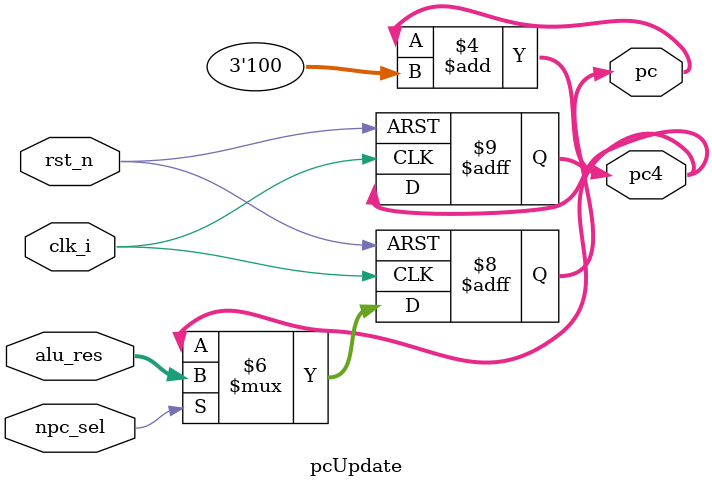
<source format=v>
module pcUpdate(
    input   wire            clk_i,
    input   wire            rst_n,
    input   wire            npc_sel,
    input   wire [31:0]     alu_res,
    output  reg  [31:0]     pc,
    output  wire [31:0]     pc4
);

// 更新pc使用时序逻辑
always @(posedge clk_i or negedge rst_n) begin
    if (~rst_n) begin
        pc <= 32'hFFFFFFFC;
        pc4 = 32'b0;
    end
    else if (npc_sel == 1'b0)
        pc <= pc4;              // 如果不选择分支，设置pc为下一条指令
    else
        pc <= alu_res;          // 否则跳转到ALU指令执行结果
end

assign pc4 = pc + 3'b100;       // 下一条指令的地址

endmodule
</source>
